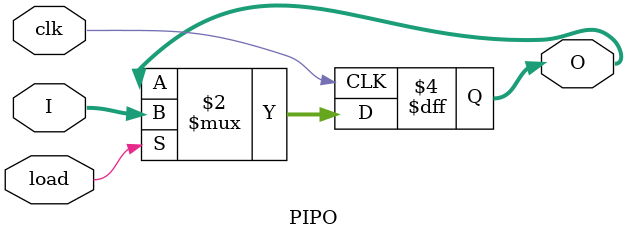
<source format=v>
`timescale 1ns / 1ps


module PIPO(
input wire clk,
input wire load,
input wire [7:0] I,
output reg [7:0] O
    );
    
    always @(posedge clk) begin
        if(load) begin
            //assign O = I;
            O <= I;
            end
    end
    
endmodule

</source>
